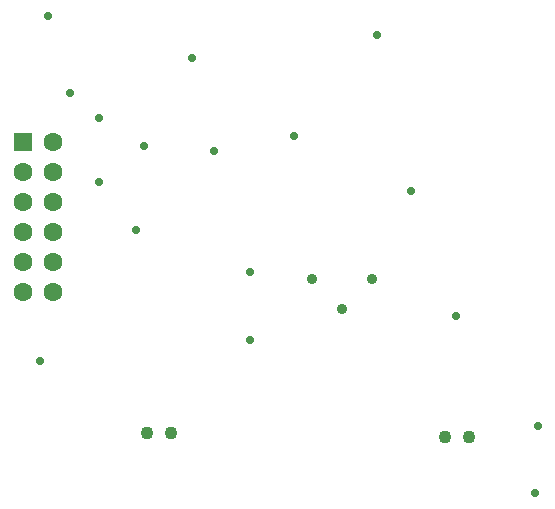
<source format=gbs>
G04 Layer_Color=16711935*
%FSLAX25Y25*%
%MOIN*%
G70*
G01*
G75*
%ADD70R,0.06305X0.06305*%
%ADD71C,0.06305*%
%ADD72C,0.04337*%
%ADD73C,0.03600*%
%ADD74C,0.02800*%
D70*
X171102Y360709D02*
D03*
D71*
X181102D02*
D03*
X171102Y350709D02*
D03*
X181102D02*
D03*
X171102Y340709D02*
D03*
X181102D02*
D03*
X171102Y330709D02*
D03*
X181102D02*
D03*
X171102Y320709D02*
D03*
X181102D02*
D03*
X171102Y310709D02*
D03*
X181102D02*
D03*
D72*
X212598Y263779D02*
D03*
X220472D02*
D03*
X311929Y262457D02*
D03*
X319803D02*
D03*
D73*
X287402Y314961D02*
D03*
X277402Y304961D02*
D03*
X267402Y314961D02*
D03*
D74*
X211700Y359500D02*
D03*
X209000Y331600D02*
D03*
X196400Y347300D02*
D03*
Y368800D02*
D03*
X235000Y357800D02*
D03*
X179700Y402800D02*
D03*
X315700Y302700D02*
D03*
X246900Y317400D02*
D03*
Y294900D02*
D03*
X261600Y362700D02*
D03*
X342900Y266100D02*
D03*
X227700Y388700D02*
D03*
X186800Y377200D02*
D03*
X176900Y287700D02*
D03*
X341900Y243900D02*
D03*
X300600Y344300D02*
D03*
X289300Y396400D02*
D03*
M02*

</source>
